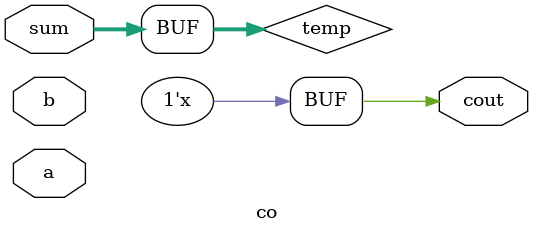
<source format=sv>
module co (a,b,sum,cout);
  input [7:0]a,b;
  input [7:0]sum;
  output cout;
  wire [7:0]temp;
  assign temp = a+b;
  assign sum = temp[7:0];
  assign cout = temp[8];
endmodule 

</source>
